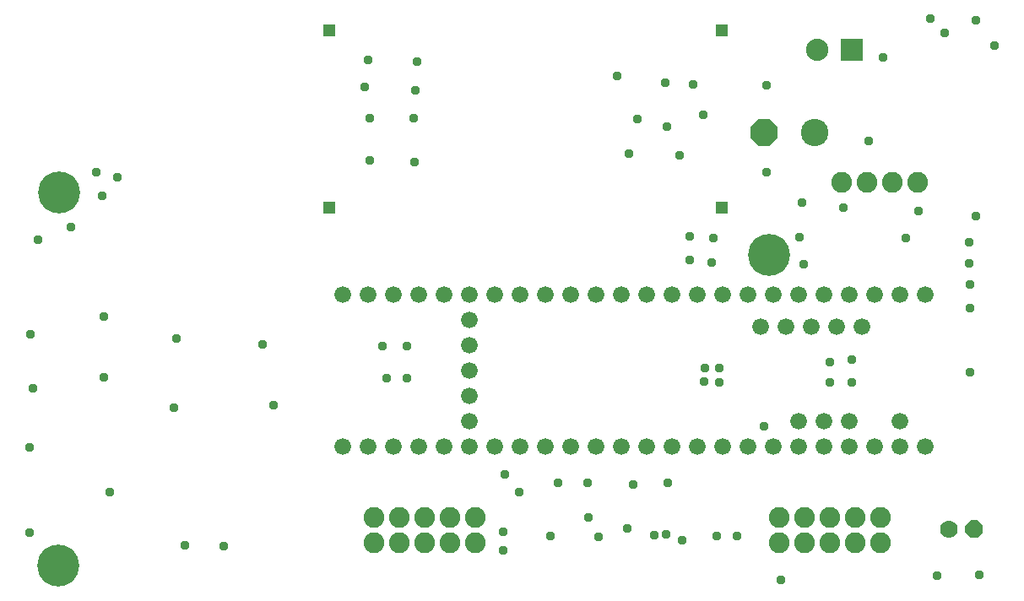
<source format=gbr>
G04 EAGLE Gerber RS-274X export*
G75*
%MOMM*%
%FSLAX34Y34*%
%LPD*%
%INSoldermask Bottom*%
%IPPOS*%
%AMOC8*
5,1,8,0,0,1.08239X$1,22.5*%
G01*
%ADD10C,4.203200*%
%ADD11C,2.082800*%
%ADD12C,1.676400*%
%ADD13R,1.311200X1.311200*%
%ADD14P,1.924489X8X22.500000*%
%ADD15C,1.778000*%
%ADD16R,2.235200X2.235200*%
%ADD17C,2.235200*%
%ADD18C,2.743200*%
%ADD19P,2.969212X8X202.500000*%
%ADD20C,0.959600*%


D10*
X44363Y408558D03*
X755853Y346028D03*
X43518Y34223D03*
D11*
X867918Y82550D03*
X867918Y57150D03*
X842518Y82550D03*
X842518Y57150D03*
X817118Y82550D03*
X817118Y57150D03*
X791718Y82550D03*
X791718Y57150D03*
X766318Y82550D03*
X766318Y57150D03*
D12*
X861568Y306070D03*
X836168Y306070D03*
X810768Y306070D03*
X785368Y306070D03*
X759968Y306070D03*
X734568Y306070D03*
X709168Y306070D03*
X683768Y306070D03*
X658368Y306070D03*
X632968Y306070D03*
X607568Y306070D03*
X582168Y306070D03*
X582168Y153670D03*
X607568Y153670D03*
X632968Y153670D03*
X658368Y153670D03*
X683768Y153670D03*
X709168Y153670D03*
X734568Y153670D03*
X759968Y153670D03*
X785368Y153670D03*
X810768Y153670D03*
X836168Y153670D03*
X886968Y306070D03*
X861568Y153670D03*
X886968Y153670D03*
X912368Y306070D03*
X912368Y153670D03*
X556768Y306070D03*
X556768Y153670D03*
X531368Y306070D03*
X505968Y306070D03*
X480568Y306070D03*
X455168Y306070D03*
X429768Y306070D03*
X404368Y306070D03*
X378968Y306070D03*
X353568Y306070D03*
X328168Y306070D03*
X328168Y153670D03*
X353568Y153670D03*
X378968Y153670D03*
X404368Y153670D03*
X429768Y153670D03*
X455168Y153670D03*
X480568Y153670D03*
X505968Y153670D03*
X531368Y153670D03*
X455168Y280670D03*
X455168Y229870D03*
X455168Y204470D03*
X455168Y255270D03*
X455168Y179070D03*
X886968Y179070D03*
X836168Y179070D03*
X810768Y179070D03*
X785368Y179070D03*
X848868Y274320D03*
X823468Y274320D03*
X798068Y274320D03*
X772668Y274320D03*
X747268Y274320D03*
D11*
X904748Y418592D03*
X879348Y418592D03*
X853948Y418592D03*
X828548Y418592D03*
X461518Y82550D03*
X461518Y57150D03*
X436118Y82550D03*
X436118Y57150D03*
X410718Y82550D03*
X410718Y57150D03*
X385318Y82550D03*
X385318Y57150D03*
X359918Y82550D03*
X359918Y57150D03*
D13*
X708536Y571517D03*
X708536Y393717D03*
X314836Y393717D03*
X314836Y571517D03*
D14*
X961898Y70612D03*
D15*
X936498Y70612D03*
D16*
X839216Y551434D03*
D17*
X804216Y551434D03*
D18*
X801583Y468380D03*
D19*
X750783Y468380D03*
D20*
X81120Y428838D03*
X102245Y424190D03*
X87458Y405178D03*
X15210Y266598D03*
X355323Y440668D03*
X355323Y482918D03*
X350253Y514605D03*
X353633Y541645D03*
X402643Y539955D03*
X401375Y511225D03*
X399685Y482918D03*
X400530Y438978D03*
X956540Y358280D03*
X956963Y337155D03*
X957808Y316030D03*
X957808Y292370D03*
X691633Y232798D03*
X705998Y232798D03*
X706420Y218010D03*
X691210Y218855D03*
X367998Y254345D03*
X392503Y254345D03*
X392503Y222235D03*
X372223Y222235D03*
X259415Y195195D03*
X158860Y192660D03*
X161395Y261950D03*
X247585Y256035D03*
X169845Y54925D03*
X209138Y53658D03*
X544603Y117033D03*
X574178Y117033D03*
X619385Y115343D03*
X654453Y117033D03*
X924853Y24083D03*
X967103Y25350D03*
X957385Y228150D03*
X676000Y364618D03*
X700083Y362928D03*
X698393Y338423D03*
X676000Y340535D03*
X892743Y362505D03*
X790498Y336310D03*
X786695Y363773D03*
X788808Y398418D03*
X830635Y393348D03*
X905840Y390390D03*
X963300Y385320D03*
X665860Y445738D03*
X690365Y486298D03*
X651918Y518830D03*
X623610Y482495D03*
X615160Y447850D03*
X653608Y474468D03*
X680225Y516718D03*
X603330Y525168D03*
X17745Y212095D03*
X13943Y152523D03*
X22815Y360815D03*
X55770Y374335D03*
X13943Y67178D03*
X94640Y107738D03*
X88725Y223503D03*
X88725Y284343D03*
X816693Y238290D03*
X839085Y241248D03*
X839085Y218433D03*
X816693Y218433D03*
X963723Y581360D03*
X917670Y582628D03*
X855985Y460103D03*
X982313Y555588D03*
X753318Y429260D03*
X753318Y516295D03*
X653034Y65786D03*
X870204Y543814D03*
X750824Y174498D03*
X490945Y125905D03*
X489712Y49784D03*
X488950Y68580D03*
X505460Y107696D03*
X536448Y64262D03*
X931926Y568452D03*
X613791Y71755D03*
X640588Y65278D03*
X574802Y83058D03*
X584708Y63500D03*
X703580Y63754D03*
X724154Y63754D03*
X668528Y59944D03*
X767588Y20066D03*
M02*

</source>
